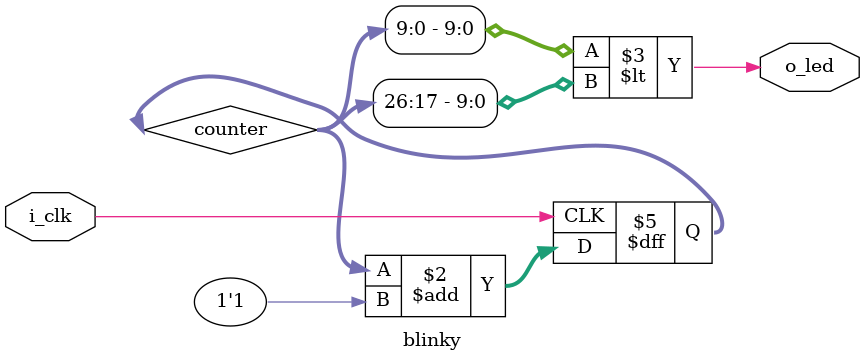
<source format=v>
module blinky(i_clk, o_led);
    input wire  i_clk;
    output wire o_led;
    parameter   WIDTH = 27;

    reg [WIDTH-1:0] counter;

    initial begin
        counter = 0;
    end

    always @(posedge i_clk)
    begin
        counter <= counter + 1'b1;
    end

    assign o_led = (counter[9:0] < counter[WIDTH-1:WIDTH-10]);
endmodule
</source>
